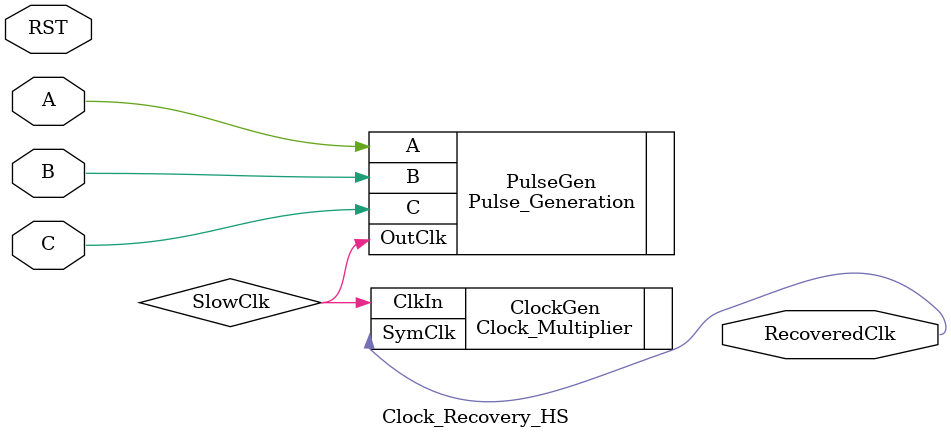
<source format=v>
module Clock_Recovery_HS (
    input A,
    input B,
    input C,
    input RST,
    output RecoveredClk
);

    wire SlowClk;
    

    Pulse_Generation PulseGen (
    .A(A),
    .B(B),
    .C(C),
    .OutClk(SlowClk)
    );

    Clock_Multiplier ClockGen (
    .ClkIn(SlowClk),      
    .SymClk(RecoveredClk)  
	);

    

    
endmodule
</source>
